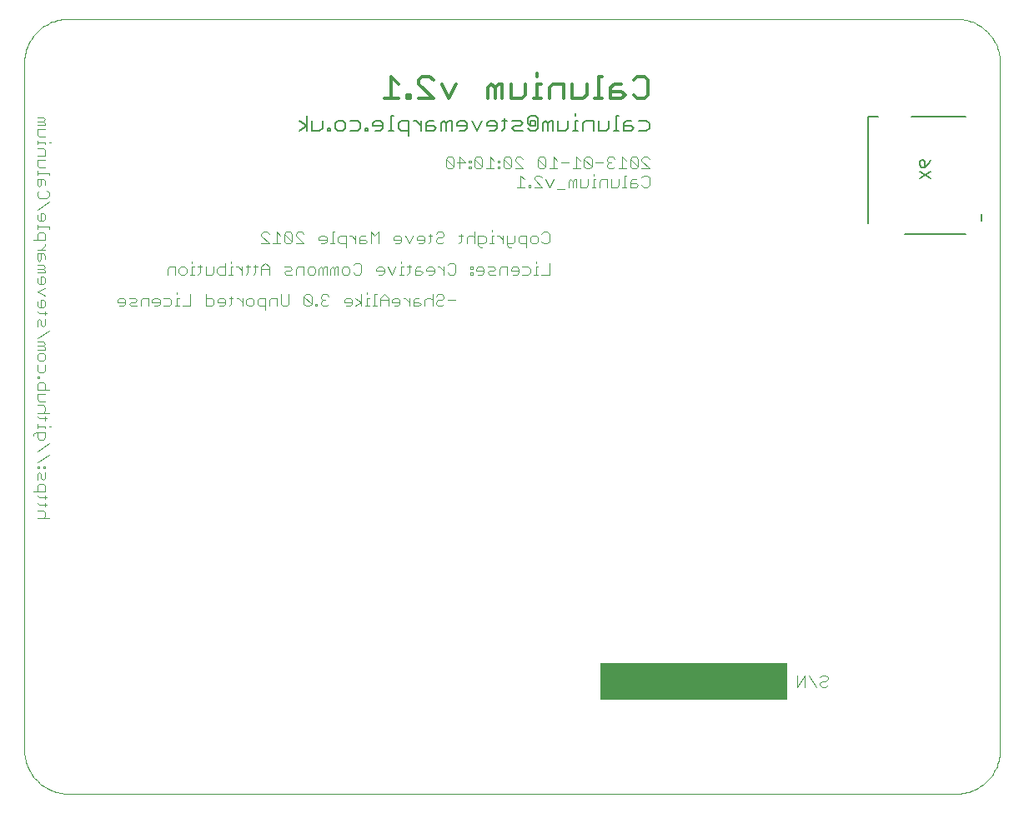
<source format=gbo>
G75*
G70*
%OFA0B0*%
%FSLAX24Y24*%
%IPPOS*%
%LPD*%
%AMOC8*
5,1,8,0,0,1.08239X$1,22.5*
%
%ADD10C,0.0000*%
%ADD11C,0.0040*%
%ADD12C,0.0120*%
%ADD13C,0.0050*%
%ADD14R,0.7500X0.1500*%
%ADD15C,0.0060*%
D10*
X002430Y001811D02*
X037930Y001811D01*
X038013Y001813D01*
X038096Y001819D01*
X038179Y001829D01*
X038261Y001843D01*
X038343Y001860D01*
X038423Y001882D01*
X038502Y001907D01*
X038580Y001936D01*
X038657Y001969D01*
X038732Y002006D01*
X038805Y002045D01*
X038876Y002089D01*
X038945Y002135D01*
X039012Y002185D01*
X039076Y002238D01*
X039138Y002294D01*
X039197Y002353D01*
X039253Y002415D01*
X039306Y002479D01*
X039356Y002546D01*
X039402Y002615D01*
X039446Y002686D01*
X039485Y002759D01*
X039522Y002834D01*
X039555Y002911D01*
X039584Y002989D01*
X039609Y003068D01*
X039631Y003148D01*
X039648Y003230D01*
X039662Y003312D01*
X039672Y003395D01*
X039678Y003478D01*
X039680Y003561D01*
X039680Y031061D01*
X039678Y031144D01*
X039672Y031227D01*
X039662Y031310D01*
X039648Y031392D01*
X039631Y031474D01*
X039609Y031554D01*
X039584Y031633D01*
X039555Y031711D01*
X039522Y031788D01*
X039485Y031863D01*
X039446Y031936D01*
X039402Y032007D01*
X039356Y032076D01*
X039306Y032143D01*
X039253Y032207D01*
X039197Y032269D01*
X039138Y032328D01*
X039076Y032384D01*
X039012Y032437D01*
X038945Y032487D01*
X038876Y032533D01*
X038805Y032577D01*
X038732Y032616D01*
X038657Y032653D01*
X038580Y032686D01*
X038502Y032715D01*
X038423Y032740D01*
X038343Y032762D01*
X038261Y032779D01*
X038179Y032793D01*
X038096Y032803D01*
X038013Y032809D01*
X037930Y032811D01*
X002430Y032811D01*
X002347Y032809D01*
X002264Y032803D01*
X002181Y032793D01*
X002099Y032779D01*
X002017Y032762D01*
X001937Y032740D01*
X001858Y032715D01*
X001780Y032686D01*
X001703Y032653D01*
X001628Y032616D01*
X001555Y032577D01*
X001484Y032533D01*
X001415Y032487D01*
X001348Y032437D01*
X001284Y032384D01*
X001222Y032328D01*
X001163Y032269D01*
X001107Y032207D01*
X001054Y032143D01*
X001004Y032076D01*
X000958Y032007D01*
X000914Y031936D01*
X000875Y031863D01*
X000838Y031788D01*
X000805Y031711D01*
X000776Y031633D01*
X000751Y031554D01*
X000729Y031474D01*
X000712Y031392D01*
X000698Y031310D01*
X000688Y031227D01*
X000682Y031144D01*
X000680Y031061D01*
X000680Y003561D01*
X000682Y003478D01*
X000688Y003395D01*
X000698Y003312D01*
X000712Y003230D01*
X000729Y003148D01*
X000751Y003068D01*
X000776Y002989D01*
X000805Y002911D01*
X000838Y002834D01*
X000875Y002759D01*
X000914Y002686D01*
X000958Y002615D01*
X001004Y002546D01*
X001054Y002479D01*
X001107Y002415D01*
X001163Y002353D01*
X001222Y002294D01*
X001284Y002238D01*
X001348Y002185D01*
X001415Y002135D01*
X001484Y002089D01*
X001555Y002045D01*
X001628Y002006D01*
X001703Y001969D01*
X001780Y001936D01*
X001858Y001907D01*
X001937Y001882D01*
X002017Y001860D01*
X002099Y001843D01*
X002181Y001829D01*
X002264Y001819D01*
X002347Y001813D01*
X002430Y001811D01*
D11*
X001660Y012831D02*
X001200Y012831D01*
X001430Y012831D02*
X001507Y012908D01*
X001507Y013061D01*
X001430Y013138D01*
X001200Y013138D01*
X001277Y013368D02*
X001200Y013445D01*
X001277Y013368D02*
X001584Y013368D01*
X001507Y013292D02*
X001507Y013445D01*
X001507Y013599D02*
X001507Y013752D01*
X001584Y013675D02*
X001277Y013675D01*
X001200Y013752D01*
X001200Y013906D02*
X001200Y014136D01*
X001277Y014212D01*
X001430Y014212D01*
X001507Y014136D01*
X001507Y013906D01*
X001047Y013906D01*
X001200Y014366D02*
X001200Y014596D01*
X001277Y014673D01*
X001353Y014596D01*
X001353Y014443D01*
X001430Y014366D01*
X001507Y014443D01*
X001507Y014673D01*
X001507Y014826D02*
X001430Y014826D01*
X001430Y014903D01*
X001507Y014903D01*
X001507Y014826D01*
X001277Y014826D02*
X001200Y014826D01*
X001200Y014903D01*
X001277Y014903D01*
X001277Y014826D01*
X001200Y015056D02*
X001660Y015363D01*
X001660Y015824D02*
X001200Y015517D01*
X001277Y015977D02*
X001200Y016054D01*
X001200Y016284D01*
X001123Y016284D02*
X001507Y016284D01*
X001507Y016054D01*
X001430Y015977D01*
X001277Y015977D01*
X001047Y016131D02*
X001047Y016207D01*
X001123Y016284D01*
X001200Y016438D02*
X001200Y016591D01*
X001200Y016514D02*
X001507Y016514D01*
X001507Y016438D01*
X001660Y016514D02*
X001737Y016514D01*
X001507Y016745D02*
X001507Y016898D01*
X001584Y016821D02*
X001277Y016821D01*
X001200Y016898D01*
X001200Y017052D02*
X001660Y017052D01*
X001507Y017128D02*
X001507Y017282D01*
X001430Y017358D01*
X001200Y017358D01*
X001277Y017512D02*
X001200Y017589D01*
X001200Y017819D01*
X001507Y017819D01*
X001507Y017972D02*
X001507Y018203D01*
X001430Y018279D01*
X001277Y018279D01*
X001200Y018203D01*
X001200Y017972D01*
X001660Y017972D01*
X001507Y017512D02*
X001277Y017512D01*
X001507Y017128D02*
X001430Y017052D01*
X001277Y018433D02*
X001200Y018433D01*
X001200Y018509D01*
X001277Y018509D01*
X001277Y018433D01*
X001277Y018663D02*
X001200Y018740D01*
X001200Y018970D01*
X001277Y019123D02*
X001200Y019200D01*
X001200Y019353D01*
X001277Y019430D01*
X001430Y019430D01*
X001507Y019353D01*
X001507Y019200D01*
X001430Y019123D01*
X001277Y019123D01*
X001507Y018970D02*
X001507Y018740D01*
X001430Y018663D01*
X001277Y018663D01*
X001200Y019584D02*
X001507Y019584D01*
X001507Y019660D01*
X001430Y019737D01*
X001507Y019814D01*
X001430Y019891D01*
X001200Y019891D01*
X001200Y020044D02*
X001660Y020351D01*
X001430Y020504D02*
X001507Y020581D01*
X001507Y020811D01*
X001507Y020965D02*
X001507Y021118D01*
X001584Y021042D02*
X001277Y021042D01*
X001200Y021118D01*
X001277Y021272D02*
X001200Y021349D01*
X001200Y021502D01*
X001353Y021579D02*
X001353Y021272D01*
X001277Y021272D02*
X001430Y021272D01*
X001507Y021349D01*
X001507Y021502D01*
X001430Y021579D01*
X001353Y021579D01*
X001507Y021732D02*
X001200Y021886D01*
X001507Y022039D01*
X001430Y022193D02*
X001507Y022269D01*
X001507Y022423D01*
X001430Y022499D01*
X001353Y022499D01*
X001353Y022193D01*
X001277Y022193D02*
X001430Y022193D01*
X001277Y022193D02*
X001200Y022269D01*
X001200Y022423D01*
X001200Y022653D02*
X001507Y022653D01*
X001507Y022730D01*
X001430Y022806D01*
X001507Y022883D01*
X001430Y022960D01*
X001200Y022960D01*
X001200Y022806D02*
X001430Y022806D01*
X001277Y023113D02*
X001200Y023190D01*
X001200Y023420D01*
X001430Y023420D01*
X001507Y023344D01*
X001507Y023190D01*
X001353Y023190D02*
X001353Y023420D01*
X001353Y023574D02*
X001507Y023727D01*
X001507Y023804D01*
X001507Y023957D02*
X001507Y024188D01*
X001430Y024264D01*
X001277Y024264D01*
X001200Y024188D01*
X001200Y023957D01*
X001047Y023957D02*
X001507Y023957D01*
X001507Y023574D02*
X001200Y023574D01*
X001353Y023190D02*
X001277Y023113D01*
X001200Y024418D02*
X001200Y024571D01*
X001200Y024495D02*
X001660Y024495D01*
X001660Y024418D01*
X001430Y024725D02*
X001507Y024801D01*
X001507Y024955D01*
X001430Y025032D01*
X001353Y025032D01*
X001353Y024725D01*
X001277Y024725D02*
X001430Y024725D01*
X001277Y024725D02*
X001200Y024801D01*
X001200Y024955D01*
X001200Y025185D02*
X001660Y025492D01*
X001584Y025646D02*
X001660Y025722D01*
X001660Y025876D01*
X001584Y025952D01*
X001507Y026183D02*
X001507Y026336D01*
X001430Y026413D01*
X001200Y026413D01*
X001200Y026183D01*
X001277Y026106D01*
X001353Y026183D01*
X001353Y026413D01*
X001200Y026566D02*
X001200Y026720D01*
X001200Y026643D02*
X001660Y026643D01*
X001660Y026566D01*
X001507Y026873D02*
X001277Y026873D01*
X001200Y026950D01*
X001200Y027180D01*
X001507Y027180D01*
X001507Y027334D02*
X001507Y027564D01*
X001430Y027641D01*
X001200Y027641D01*
X001200Y027794D02*
X001200Y027947D01*
X001200Y027871D02*
X001507Y027871D01*
X001507Y027794D01*
X001660Y027871D02*
X001737Y027871D01*
X001507Y028101D02*
X001277Y028101D01*
X001200Y028178D01*
X001200Y028408D01*
X001507Y028408D01*
X001507Y028561D02*
X001200Y028561D01*
X001200Y028715D02*
X001430Y028715D01*
X001507Y028792D01*
X001430Y028868D01*
X001200Y028868D01*
X001430Y028715D02*
X001507Y028638D01*
X001507Y028561D01*
X001507Y027334D02*
X001200Y027334D01*
X001277Y025952D02*
X001200Y025876D01*
X001200Y025722D01*
X001277Y025646D01*
X001584Y025646D01*
X004482Y021638D02*
X004405Y021561D01*
X004405Y021485D01*
X004712Y021485D01*
X004712Y021561D02*
X004635Y021638D01*
X004482Y021638D01*
X004712Y021561D02*
X004712Y021408D01*
X004635Y021331D01*
X004482Y021331D01*
X004866Y021408D02*
X004942Y021485D01*
X005096Y021485D01*
X005172Y021561D01*
X005096Y021638D01*
X004866Y021638D01*
X004866Y021408D02*
X004942Y021331D01*
X005172Y021331D01*
X005326Y021331D02*
X005326Y021561D01*
X005403Y021638D01*
X005633Y021638D01*
X005633Y021331D01*
X005786Y021485D02*
X006093Y021485D01*
X006093Y021561D02*
X006017Y021638D01*
X005863Y021638D01*
X005786Y021561D01*
X005786Y021485D01*
X005863Y021331D02*
X006017Y021331D01*
X006093Y021408D01*
X006093Y021561D01*
X006247Y021638D02*
X006477Y021638D01*
X006554Y021561D01*
X006554Y021408D01*
X006477Y021331D01*
X006247Y021331D01*
X006707Y021331D02*
X006861Y021331D01*
X006784Y021331D02*
X006784Y021638D01*
X006861Y021638D01*
X006784Y021792D02*
X006784Y021868D01*
X007321Y021792D02*
X007321Y021331D01*
X007014Y021331D01*
X007935Y021331D02*
X007935Y021792D01*
X007935Y021638D02*
X008165Y021638D01*
X008242Y021561D01*
X008242Y021408D01*
X008165Y021331D01*
X007935Y021331D01*
X008395Y021485D02*
X008702Y021485D01*
X008702Y021561D02*
X008625Y021638D01*
X008472Y021638D01*
X008395Y021561D01*
X008395Y021485D01*
X008472Y021331D02*
X008625Y021331D01*
X008702Y021408D01*
X008702Y021561D01*
X008856Y021638D02*
X009009Y021638D01*
X008932Y021715D02*
X008932Y021408D01*
X008856Y021331D01*
X009163Y021638D02*
X009239Y021638D01*
X009393Y021485D01*
X009393Y021638D02*
X009393Y021331D01*
X009546Y021408D02*
X009546Y021561D01*
X009623Y021638D01*
X009776Y021638D01*
X009853Y021561D01*
X009853Y021408D01*
X009776Y021331D01*
X009623Y021331D01*
X009546Y021408D01*
X010007Y021408D02*
X010007Y021561D01*
X010083Y021638D01*
X010314Y021638D01*
X010314Y021178D01*
X010314Y021331D02*
X010083Y021331D01*
X010007Y021408D01*
X010467Y021331D02*
X010467Y021561D01*
X010544Y021638D01*
X010774Y021638D01*
X010774Y021331D01*
X010927Y021408D02*
X010927Y021792D01*
X011234Y021792D02*
X011234Y021408D01*
X011158Y021331D01*
X011004Y021331D01*
X010927Y021408D01*
X011848Y021408D02*
X011925Y021331D01*
X012078Y021331D01*
X012155Y021408D01*
X011848Y021715D01*
X011848Y021408D01*
X011848Y021715D02*
X011925Y021792D01*
X012078Y021792D01*
X012155Y021715D01*
X012155Y021408D01*
X012309Y021408D02*
X012309Y021331D01*
X012385Y021331D01*
X012385Y021408D01*
X012309Y021408D01*
X012539Y021408D02*
X012615Y021331D01*
X012769Y021331D01*
X012846Y021408D01*
X012692Y021561D02*
X012615Y021561D01*
X012539Y021485D01*
X012539Y021408D01*
X012615Y021561D02*
X012539Y021638D01*
X012539Y021715D01*
X012615Y021792D01*
X012769Y021792D01*
X012846Y021715D01*
X013460Y021561D02*
X013460Y021485D01*
X013766Y021485D01*
X013766Y021561D02*
X013690Y021638D01*
X013536Y021638D01*
X013460Y021561D01*
X013536Y021331D02*
X013690Y021331D01*
X013766Y021408D01*
X013766Y021561D01*
X013920Y021638D02*
X014150Y021485D01*
X013920Y021331D01*
X014150Y021331D02*
X014150Y021792D01*
X014380Y021792D02*
X014380Y021868D01*
X014380Y021638D02*
X014380Y021331D01*
X014304Y021331D02*
X014457Y021331D01*
X014611Y021331D02*
X014764Y021331D01*
X014687Y021331D02*
X014687Y021792D01*
X014764Y021792D01*
X014917Y021638D02*
X015071Y021792D01*
X015224Y021638D01*
X015224Y021331D01*
X015378Y021485D02*
X015685Y021485D01*
X015685Y021561D02*
X015608Y021638D01*
X015455Y021638D01*
X015378Y021561D01*
X015378Y021485D01*
X015224Y021561D02*
X014917Y021561D01*
X014917Y021638D02*
X014917Y021331D01*
X015455Y021331D02*
X015608Y021331D01*
X015685Y021408D01*
X015685Y021561D01*
X015838Y021638D02*
X015915Y021638D01*
X016068Y021485D01*
X016068Y021638D02*
X016068Y021331D01*
X016222Y021331D02*
X016452Y021331D01*
X016529Y021408D01*
X016452Y021485D01*
X016222Y021485D01*
X016222Y021561D02*
X016222Y021331D01*
X016222Y021561D02*
X016299Y021638D01*
X016452Y021638D01*
X016682Y021561D02*
X016682Y021331D01*
X016682Y021561D02*
X016759Y021638D01*
X016912Y021638D01*
X016989Y021561D01*
X017143Y021485D02*
X017143Y021408D01*
X017219Y021331D01*
X017373Y021331D01*
X017450Y021408D01*
X017373Y021561D02*
X017219Y021561D01*
X017143Y021485D01*
X016989Y021331D02*
X016989Y021792D01*
X017143Y021715D02*
X017219Y021792D01*
X017373Y021792D01*
X017450Y021715D01*
X017450Y021638D01*
X017373Y021561D01*
X017603Y021561D02*
X017910Y021561D01*
X017823Y022581D02*
X017670Y022581D01*
X017593Y022658D01*
X017440Y022735D02*
X017286Y022888D01*
X017210Y022888D01*
X017056Y022811D02*
X017056Y022658D01*
X016979Y022581D01*
X016826Y022581D01*
X016749Y022735D02*
X017056Y022735D01*
X017056Y022811D02*
X016979Y022888D01*
X016826Y022888D01*
X016749Y022811D01*
X016749Y022735D01*
X016596Y022658D02*
X016519Y022735D01*
X016289Y022735D01*
X016289Y022811D02*
X016289Y022581D01*
X016519Y022581D01*
X016596Y022658D01*
X016519Y022888D02*
X016365Y022888D01*
X016289Y022811D01*
X016135Y022888D02*
X015982Y022888D01*
X016059Y022965D02*
X016059Y022658D01*
X015982Y022581D01*
X015828Y022581D02*
X015675Y022581D01*
X015752Y022581D02*
X015752Y022888D01*
X015828Y022888D01*
X015752Y023042D02*
X015752Y023118D01*
X015521Y022888D02*
X015368Y022581D01*
X015215Y022888D01*
X015061Y022811D02*
X015061Y022658D01*
X014984Y022581D01*
X014831Y022581D01*
X014754Y022735D02*
X015061Y022735D01*
X015061Y022811D02*
X014984Y022888D01*
X014831Y022888D01*
X014754Y022811D01*
X014754Y022735D01*
X014140Y022658D02*
X014064Y022581D01*
X013910Y022581D01*
X013833Y022658D01*
X013680Y022658D02*
X013603Y022581D01*
X013450Y022581D01*
X013373Y022658D01*
X013373Y022811D01*
X013450Y022888D01*
X013603Y022888D01*
X013680Y022811D01*
X013680Y022658D01*
X013833Y022965D02*
X013910Y023042D01*
X014064Y023042D01*
X014140Y022965D01*
X014140Y022658D01*
X013219Y022581D02*
X013219Y022888D01*
X013143Y022888D01*
X013066Y022811D01*
X012989Y022888D01*
X012913Y022811D01*
X012913Y022581D01*
X013066Y022581D02*
X013066Y022811D01*
X012759Y022888D02*
X012682Y022888D01*
X012606Y022811D01*
X012529Y022888D01*
X012452Y022811D01*
X012452Y022581D01*
X012606Y022581D02*
X012606Y022811D01*
X012759Y022888D02*
X012759Y022581D01*
X012299Y022658D02*
X012299Y022811D01*
X012222Y022888D01*
X012068Y022888D01*
X011992Y022811D01*
X011992Y022658D01*
X012068Y022581D01*
X012222Y022581D01*
X012299Y022658D01*
X011838Y022581D02*
X011838Y022888D01*
X011608Y022888D01*
X011531Y022811D01*
X011531Y022581D01*
X011378Y022581D02*
X011148Y022581D01*
X011071Y022658D01*
X011148Y022735D01*
X011301Y022735D01*
X011378Y022811D01*
X011301Y022888D01*
X011071Y022888D01*
X010457Y022888D02*
X010457Y022581D01*
X010457Y022811D02*
X010150Y022811D01*
X010150Y022888D02*
X010150Y022581D01*
X009920Y022658D02*
X009843Y022581D01*
X009920Y022658D02*
X009920Y022965D01*
X009997Y022888D02*
X009843Y022888D01*
X009690Y022888D02*
X009536Y022888D01*
X009613Y022965D02*
X009613Y022658D01*
X009536Y022581D01*
X009383Y022581D02*
X009383Y022888D01*
X009383Y022735D02*
X009229Y022888D01*
X009153Y022888D01*
X008999Y022888D02*
X008922Y022888D01*
X008922Y022581D01*
X008846Y022581D02*
X008999Y022581D01*
X008692Y022581D02*
X008692Y023042D01*
X008692Y022888D02*
X008462Y022888D01*
X008385Y022811D01*
X008385Y022658D01*
X008462Y022581D01*
X008692Y022581D01*
X008232Y022658D02*
X008232Y022888D01*
X008232Y022658D02*
X008155Y022581D01*
X007925Y022581D01*
X007925Y022888D01*
X007771Y022888D02*
X007618Y022888D01*
X007695Y022965D02*
X007695Y022658D01*
X007618Y022581D01*
X007465Y022581D02*
X007311Y022581D01*
X007388Y022581D02*
X007388Y022888D01*
X007465Y022888D01*
X007388Y023042D02*
X007388Y023118D01*
X007158Y022811D02*
X007158Y022658D01*
X007081Y022581D01*
X006927Y022581D01*
X006851Y022658D01*
X006851Y022811D01*
X006927Y022888D01*
X007081Y022888D01*
X007158Y022811D01*
X006697Y022888D02*
X006697Y022581D01*
X006390Y022581D02*
X006390Y022811D01*
X006467Y022888D01*
X006697Y022888D01*
X008922Y023042D02*
X008922Y023118D01*
X010150Y022888D02*
X010304Y023042D01*
X010457Y022888D01*
X010457Y023831D02*
X010150Y023831D01*
X010457Y023831D02*
X010150Y024138D01*
X010150Y024215D01*
X010227Y024292D01*
X010380Y024292D01*
X010457Y024215D01*
X010764Y024292D02*
X010764Y023831D01*
X010611Y023831D02*
X010918Y023831D01*
X011071Y023908D02*
X011071Y024215D01*
X011378Y023908D01*
X011301Y023831D01*
X011148Y023831D01*
X011071Y023908D01*
X010918Y024138D02*
X010764Y024292D01*
X011071Y024215D02*
X011148Y024292D01*
X011301Y024292D01*
X011378Y024215D01*
X011378Y023908D01*
X011531Y023831D02*
X011838Y023831D01*
X011531Y024138D01*
X011531Y024215D01*
X011608Y024292D01*
X011762Y024292D01*
X011838Y024215D01*
X012452Y024061D02*
X012452Y023985D01*
X012759Y023985D01*
X012759Y024061D02*
X012682Y024138D01*
X012529Y024138D01*
X012452Y024061D01*
X012529Y023831D02*
X012682Y023831D01*
X012759Y023908D01*
X012759Y024061D01*
X012913Y023831D02*
X013066Y023831D01*
X012989Y023831D02*
X012989Y024292D01*
X013066Y024292D01*
X013296Y024138D02*
X013219Y024061D01*
X013219Y023908D01*
X013296Y023831D01*
X013526Y023831D01*
X013526Y023678D02*
X013526Y024138D01*
X013296Y024138D01*
X013680Y024138D02*
X013757Y024138D01*
X013910Y023985D01*
X013910Y024138D02*
X013910Y023831D01*
X014064Y023831D02*
X014294Y023831D01*
X014370Y023908D01*
X014294Y023985D01*
X014064Y023985D01*
X014064Y024061D02*
X014064Y023831D01*
X014064Y024061D02*
X014140Y024138D01*
X014294Y024138D01*
X014524Y024292D02*
X014524Y023831D01*
X014831Y023831D02*
X014831Y024292D01*
X014677Y024138D01*
X014524Y024292D01*
X015445Y024061D02*
X015445Y023985D01*
X015752Y023985D01*
X015752Y024061D02*
X015675Y024138D01*
X015521Y024138D01*
X015445Y024061D01*
X015521Y023831D02*
X015675Y023831D01*
X015752Y023908D01*
X015752Y024061D01*
X015905Y024138D02*
X016059Y023831D01*
X016212Y024138D01*
X016365Y024061D02*
X016365Y023985D01*
X016672Y023985D01*
X016672Y024061D02*
X016596Y024138D01*
X016442Y024138D01*
X016365Y024061D01*
X016442Y023831D02*
X016596Y023831D01*
X016672Y023908D01*
X016672Y024061D01*
X016826Y024138D02*
X016979Y024138D01*
X016903Y024215D02*
X016903Y023908D01*
X016826Y023831D01*
X017133Y023908D02*
X017210Y023831D01*
X017363Y023831D01*
X017440Y023908D01*
X017363Y024061D02*
X017210Y024061D01*
X017133Y023985D01*
X017133Y023908D01*
X017363Y024061D02*
X017440Y024138D01*
X017440Y024215D01*
X017363Y024292D01*
X017210Y024292D01*
X017133Y024215D01*
X018054Y024138D02*
X018207Y024138D01*
X018130Y024215D02*
X018130Y023908D01*
X018054Y023831D01*
X018361Y023831D02*
X018361Y024061D01*
X018437Y024138D01*
X018591Y024138D01*
X018667Y024061D01*
X018821Y024138D02*
X018821Y023755D01*
X018898Y023678D01*
X018974Y023678D01*
X019051Y023831D02*
X018821Y023831D01*
X018667Y023831D02*
X018667Y024292D01*
X018821Y024138D02*
X019051Y024138D01*
X019128Y024061D01*
X019128Y023908D01*
X019051Y023831D01*
X019281Y023831D02*
X019435Y023831D01*
X019358Y023831D02*
X019358Y024138D01*
X019435Y024138D01*
X019588Y024138D02*
X019665Y024138D01*
X019818Y023985D01*
X019818Y024138D02*
X019818Y023831D01*
X019972Y023831D02*
X020202Y023831D01*
X020279Y023908D01*
X020279Y024138D01*
X020432Y024061D02*
X020432Y023908D01*
X020509Y023831D01*
X020739Y023831D01*
X020739Y023678D02*
X020739Y024138D01*
X020509Y024138D01*
X020432Y024061D01*
X020893Y024061D02*
X020969Y024138D01*
X021123Y024138D01*
X021200Y024061D01*
X021200Y023908D01*
X021123Y023831D01*
X020969Y023831D01*
X020893Y023908D01*
X020893Y024061D01*
X021353Y023908D02*
X021430Y023831D01*
X021583Y023831D01*
X021660Y023908D01*
X021660Y024215D01*
X021583Y024292D01*
X021430Y024292D01*
X021353Y024215D01*
X021123Y023118D02*
X021123Y023042D01*
X021123Y022888D02*
X021123Y022581D01*
X021200Y022581D02*
X021046Y022581D01*
X020893Y022658D02*
X020816Y022581D01*
X020586Y022581D01*
X020432Y022658D02*
X020432Y022811D01*
X020356Y022888D01*
X020202Y022888D01*
X020125Y022811D01*
X020125Y022735D01*
X020432Y022735D01*
X020432Y022658D02*
X020356Y022581D01*
X020202Y022581D01*
X019972Y022581D02*
X019972Y022888D01*
X019742Y022888D01*
X019665Y022811D01*
X019665Y022581D01*
X019512Y022581D02*
X019281Y022581D01*
X019205Y022658D01*
X019281Y022735D01*
X019435Y022735D01*
X019512Y022811D01*
X019435Y022888D01*
X019205Y022888D01*
X019051Y022811D02*
X019051Y022658D01*
X018974Y022581D01*
X018821Y022581D01*
X018744Y022735D02*
X019051Y022735D01*
X019051Y022811D02*
X018974Y022888D01*
X018821Y022888D01*
X018744Y022811D01*
X018744Y022735D01*
X018591Y022811D02*
X018591Y022888D01*
X018514Y022888D01*
X018514Y022811D01*
X018591Y022811D01*
X018591Y022658D02*
X018591Y022581D01*
X018514Y022581D01*
X018514Y022658D01*
X018591Y022658D01*
X017900Y022658D02*
X017823Y022581D01*
X017900Y022658D02*
X017900Y022965D01*
X017823Y023042D01*
X017670Y023042D01*
X017593Y022965D01*
X017440Y022888D02*
X017440Y022581D01*
X019358Y024292D02*
X019358Y024368D01*
X019972Y024138D02*
X019972Y023755D01*
X020049Y023678D01*
X020125Y023678D01*
X020586Y022888D02*
X020816Y022888D01*
X020893Y022811D01*
X020893Y022658D01*
X021123Y022888D02*
X021200Y022888D01*
X021353Y022581D02*
X021660Y022581D01*
X021660Y023042D01*
X021977Y026005D02*
X022284Y026005D01*
X022437Y026081D02*
X022437Y026311D01*
X022514Y026388D01*
X022591Y026311D01*
X022591Y026081D01*
X022744Y026081D02*
X022744Y026388D01*
X022667Y026388D01*
X022591Y026311D01*
X022898Y026388D02*
X022898Y026081D01*
X023128Y026081D01*
X023205Y026158D01*
X023205Y026388D01*
X023435Y026388D02*
X023435Y026081D01*
X023512Y026081D02*
X023358Y026081D01*
X023665Y026081D02*
X023665Y026311D01*
X023742Y026388D01*
X023972Y026388D01*
X023972Y026081D01*
X024125Y026081D02*
X024125Y026388D01*
X024125Y026081D02*
X024356Y026081D01*
X024432Y026158D01*
X024432Y026388D01*
X024662Y026542D02*
X024662Y026081D01*
X024586Y026081D02*
X024739Y026081D01*
X024893Y026081D02*
X025123Y026081D01*
X025200Y026158D01*
X025123Y026235D01*
X024893Y026235D01*
X024893Y026311D02*
X024893Y026081D01*
X024893Y026311D02*
X024969Y026388D01*
X025123Y026388D01*
X025353Y026465D02*
X025430Y026542D01*
X025583Y026542D01*
X025660Y026465D01*
X025660Y026158D01*
X025583Y026081D01*
X025430Y026081D01*
X025353Y026158D01*
X025353Y026831D02*
X025660Y026831D01*
X025353Y027138D01*
X025353Y027215D01*
X025430Y027292D01*
X025583Y027292D01*
X025660Y027215D01*
X025200Y027215D02*
X025200Y026908D01*
X024893Y027215D01*
X024893Y026908D01*
X024969Y026831D01*
X025123Y026831D01*
X025200Y026908D01*
X025200Y027215D02*
X025123Y027292D01*
X024969Y027292D01*
X024893Y027215D01*
X024739Y027138D02*
X024586Y027292D01*
X024586Y026831D01*
X024739Y026831D02*
X024432Y026831D01*
X024279Y026908D02*
X024202Y026831D01*
X024049Y026831D01*
X023972Y026908D01*
X023972Y026985D01*
X024049Y027061D01*
X024125Y027061D01*
X024049Y027061D02*
X023972Y027138D01*
X023972Y027215D01*
X024049Y027292D01*
X024202Y027292D01*
X024279Y027215D01*
X023818Y027061D02*
X023512Y027061D01*
X023358Y026908D02*
X023051Y027215D01*
X023051Y026908D01*
X023128Y026831D01*
X023281Y026831D01*
X023358Y026908D01*
X023358Y027215D01*
X023281Y027292D01*
X023128Y027292D01*
X023051Y027215D01*
X022898Y027138D02*
X022744Y027292D01*
X022744Y026831D01*
X022591Y026831D02*
X022898Y026831D01*
X023435Y026618D02*
X023435Y026542D01*
X023435Y026388D02*
X023512Y026388D01*
X024662Y026542D02*
X024739Y026542D01*
X022437Y027061D02*
X022130Y027061D01*
X021977Y027138D02*
X021823Y027292D01*
X021823Y026831D01*
X021670Y026831D02*
X021977Y026831D01*
X021516Y026908D02*
X021516Y027215D01*
X021440Y027292D01*
X021286Y027292D01*
X021210Y027215D01*
X021516Y026908D01*
X021440Y026831D01*
X021286Y026831D01*
X021210Y026908D01*
X021210Y027215D01*
X020596Y027215D02*
X020519Y027292D01*
X020365Y027292D01*
X020289Y027215D01*
X020289Y027138D01*
X020596Y026831D01*
X020289Y026831D01*
X020135Y026908D02*
X019828Y027215D01*
X019828Y026908D01*
X019905Y026831D01*
X020059Y026831D01*
X020135Y026908D01*
X020135Y027215D01*
X020059Y027292D01*
X019905Y027292D01*
X019828Y027215D01*
X019675Y027138D02*
X019675Y027061D01*
X019598Y027061D01*
X019598Y027138D01*
X019675Y027138D01*
X019675Y026908D02*
X019598Y026908D01*
X019598Y026831D01*
X019675Y026831D01*
X019675Y026908D01*
X019445Y026831D02*
X019138Y026831D01*
X019291Y026831D02*
X019291Y027292D01*
X019445Y027138D01*
X018984Y027215D02*
X018984Y026908D01*
X018677Y027215D01*
X018677Y026908D01*
X018754Y026831D01*
X018908Y026831D01*
X018984Y026908D01*
X018984Y027215D02*
X018908Y027292D01*
X018754Y027292D01*
X018677Y027215D01*
X018524Y027138D02*
X018524Y027061D01*
X018447Y027061D01*
X018447Y027138D01*
X018524Y027138D01*
X018524Y026908D02*
X018524Y026831D01*
X018447Y026831D01*
X018447Y026908D01*
X018524Y026908D01*
X018294Y027061D02*
X018064Y027292D01*
X018064Y026831D01*
X017987Y027061D02*
X018294Y027061D01*
X017833Y026908D02*
X017833Y027215D01*
X017757Y027292D01*
X017603Y027292D01*
X017526Y027215D01*
X017833Y026908D01*
X017757Y026831D01*
X017603Y026831D01*
X017526Y026908D01*
X017526Y027215D01*
X020365Y026081D02*
X020672Y026081D01*
X020519Y026081D02*
X020519Y026542D01*
X020672Y026388D01*
X020826Y026158D02*
X020826Y026081D01*
X020903Y026081D01*
X020903Y026158D01*
X020826Y026158D01*
X021056Y026081D02*
X021363Y026081D01*
X021056Y026388D01*
X021056Y026465D01*
X021133Y026542D01*
X021286Y026542D01*
X021363Y026465D01*
X021516Y026388D02*
X021670Y026081D01*
X021823Y026388D01*
X014457Y021638D02*
X014380Y021638D01*
X001430Y020504D02*
X001353Y020581D01*
X001353Y020735D01*
X001277Y020811D01*
X001200Y020735D01*
X001200Y020504D01*
X001200Y019737D02*
X001430Y019737D01*
X031563Y006542D02*
X031563Y006081D01*
X031870Y006542D01*
X031870Y006081D01*
X032331Y006081D02*
X032024Y006542D01*
X032484Y006465D02*
X032561Y006542D01*
X032714Y006542D01*
X032791Y006465D01*
X032791Y006388D01*
X032714Y006311D01*
X032561Y006311D01*
X032484Y006235D01*
X032484Y006158D01*
X032561Y006081D01*
X032714Y006081D01*
X032791Y006158D01*
D12*
X025473Y029621D02*
X025180Y029621D01*
X025033Y029768D01*
X024699Y029768D02*
X024552Y029915D01*
X024112Y029915D01*
X024112Y030062D02*
X024112Y029621D01*
X024552Y029621D01*
X024699Y029768D01*
X024259Y030208D02*
X024112Y030062D01*
X024259Y030208D02*
X024552Y030208D01*
X025033Y030355D02*
X025180Y030502D01*
X025473Y030502D01*
X025620Y030355D01*
X025620Y029768D01*
X025473Y029621D01*
X023778Y029621D02*
X023485Y029621D01*
X023632Y029621D02*
X023632Y030502D01*
X023778Y030502D01*
X023165Y030208D02*
X023165Y029768D01*
X023018Y029621D01*
X022577Y029621D01*
X022577Y030208D01*
X022244Y030208D02*
X021803Y030208D01*
X021657Y030062D01*
X021657Y029621D01*
X021323Y029621D02*
X021029Y029621D01*
X021176Y029621D02*
X021176Y030208D01*
X021323Y030208D01*
X021176Y030502D02*
X021176Y030649D01*
X020709Y030208D02*
X020709Y029768D01*
X020562Y029621D01*
X020122Y029621D01*
X020122Y030208D01*
X019788Y030208D02*
X019642Y030208D01*
X019495Y030062D01*
X019348Y030208D01*
X019201Y030062D01*
X019201Y029621D01*
X019495Y029621D02*
X019495Y030062D01*
X019788Y030208D02*
X019788Y029621D01*
X017947Y030208D02*
X017653Y029621D01*
X017360Y030208D01*
X017026Y030355D02*
X016879Y030502D01*
X016586Y030502D01*
X016439Y030355D01*
X016439Y030208D01*
X017026Y029621D01*
X016439Y029621D01*
X016105Y029621D02*
X015958Y029621D01*
X015958Y029768D01*
X016105Y029768D01*
X016105Y029621D01*
X015645Y029621D02*
X015058Y029621D01*
X015351Y029621D02*
X015351Y030502D01*
X015645Y030208D01*
X022244Y030208D02*
X022244Y029621D01*
D13*
X022717Y029049D02*
X022717Y028947D01*
X022717Y028743D02*
X022717Y028336D01*
X022819Y028336D02*
X022615Y028336D01*
X022414Y028438D02*
X022414Y028743D01*
X022717Y028743D02*
X022819Y028743D01*
X023020Y028642D02*
X023020Y028336D01*
X023020Y028642D02*
X023121Y028743D01*
X023427Y028743D01*
X023427Y028336D01*
X023627Y028336D02*
X023627Y028743D01*
X023627Y028336D02*
X023933Y028336D01*
X024034Y028438D01*
X024034Y028743D01*
X024338Y028947D02*
X024338Y028336D01*
X024440Y028336D02*
X024236Y028336D01*
X024640Y028336D02*
X024640Y028642D01*
X024742Y028743D01*
X024946Y028743D01*
X024946Y028540D02*
X024640Y028540D01*
X024640Y028336D02*
X024946Y028336D01*
X025047Y028438D01*
X024946Y028540D01*
X025248Y028743D02*
X025553Y028743D01*
X025655Y028642D01*
X025655Y028438D01*
X025553Y028336D01*
X025248Y028336D01*
X024440Y028947D02*
X024338Y028947D01*
X022414Y028438D02*
X022312Y028336D01*
X022007Y028336D01*
X022007Y028743D01*
X021806Y028743D02*
X021704Y028743D01*
X021603Y028642D01*
X021501Y028743D01*
X021399Y028642D01*
X021399Y028336D01*
X021603Y028336D02*
X021603Y028642D01*
X021806Y028743D02*
X021806Y028336D01*
X021198Y028438D02*
X021198Y028845D01*
X021097Y028947D01*
X020893Y028947D01*
X020791Y028845D01*
X020791Y028642D01*
X020893Y028540D01*
X020893Y028743D01*
X021097Y028743D01*
X021097Y028540D01*
X020893Y028540D01*
X020791Y028438D02*
X020893Y028336D01*
X021097Y028336D01*
X021198Y028438D01*
X020591Y028336D02*
X020285Y028336D01*
X020184Y028438D01*
X020285Y028540D01*
X020489Y028540D01*
X020591Y028642D01*
X020489Y028743D01*
X020184Y028743D01*
X019983Y028743D02*
X019779Y028743D01*
X019881Y028845D02*
X019881Y028438D01*
X019779Y028336D01*
X019578Y028438D02*
X019578Y028642D01*
X019476Y028743D01*
X019273Y028743D01*
X019171Y028642D01*
X019171Y028540D01*
X019578Y028540D01*
X019578Y028438D02*
X019476Y028336D01*
X019273Y028336D01*
X018767Y028336D02*
X018970Y028743D01*
X018563Y028743D02*
X018767Y028336D01*
X018362Y028438D02*
X018362Y028642D01*
X018261Y028743D01*
X018057Y028743D01*
X017955Y028642D01*
X017955Y028540D01*
X018362Y028540D01*
X018362Y028438D02*
X018261Y028336D01*
X018057Y028336D01*
X017755Y028336D02*
X017755Y028743D01*
X017653Y028743D01*
X017551Y028642D01*
X017449Y028743D01*
X017348Y028642D01*
X017348Y028336D01*
X017551Y028336D02*
X017551Y028642D01*
X017147Y028438D02*
X017045Y028540D01*
X016740Y028540D01*
X016740Y028642D02*
X016740Y028336D01*
X017045Y028336D01*
X017147Y028438D01*
X017045Y028743D02*
X016842Y028743D01*
X016740Y028642D01*
X016539Y028743D02*
X016539Y028336D01*
X016539Y028540D02*
X016336Y028743D01*
X016234Y028743D01*
X016033Y028743D02*
X015728Y028743D01*
X015626Y028642D01*
X015626Y028438D01*
X015728Y028336D01*
X016033Y028336D01*
X016033Y028133D02*
X016033Y028743D01*
X015425Y028947D02*
X015323Y028947D01*
X015323Y028336D01*
X015222Y028336D02*
X015425Y028336D01*
X015020Y028438D02*
X015020Y028642D01*
X014918Y028743D01*
X014715Y028743D01*
X014613Y028642D01*
X014613Y028540D01*
X015020Y028540D01*
X015020Y028438D02*
X014918Y028336D01*
X014715Y028336D01*
X014412Y028336D02*
X014310Y028336D01*
X014310Y028438D01*
X014412Y028438D01*
X014412Y028336D01*
X014108Y028438D02*
X014108Y028642D01*
X014007Y028743D01*
X013701Y028743D01*
X013501Y028642D02*
X013501Y028438D01*
X013399Y028336D01*
X013195Y028336D01*
X013094Y028438D01*
X013094Y028642D01*
X013195Y028743D01*
X013399Y028743D01*
X013501Y028642D01*
X013701Y028336D02*
X014007Y028336D01*
X014108Y028438D01*
X012893Y028438D02*
X012791Y028438D01*
X012791Y028336D01*
X012893Y028336D01*
X012893Y028438D01*
X012589Y028438D02*
X012589Y028743D01*
X012589Y028438D02*
X012487Y028336D01*
X012182Y028336D01*
X012182Y028743D01*
X011981Y028540D02*
X011676Y028743D01*
X011981Y028540D02*
X011676Y028336D01*
X011981Y028336D02*
X011981Y028947D01*
X034414Y028892D02*
X034414Y024650D01*
X035871Y024187D02*
X038312Y024187D01*
X038922Y024729D02*
X038922Y025014D01*
X038312Y028892D02*
X036147Y028892D01*
X034808Y028892D02*
X034414Y028892D01*
D14*
X027430Y006311D03*
D15*
X036460Y026420D02*
X036900Y026714D01*
X036680Y026881D02*
X036680Y027101D01*
X036607Y027174D01*
X036533Y027174D01*
X036460Y027101D01*
X036460Y026954D01*
X036533Y026881D01*
X036680Y026881D01*
X036827Y027028D01*
X036900Y027174D01*
X036460Y026714D02*
X036900Y026420D01*
M02*

</source>
